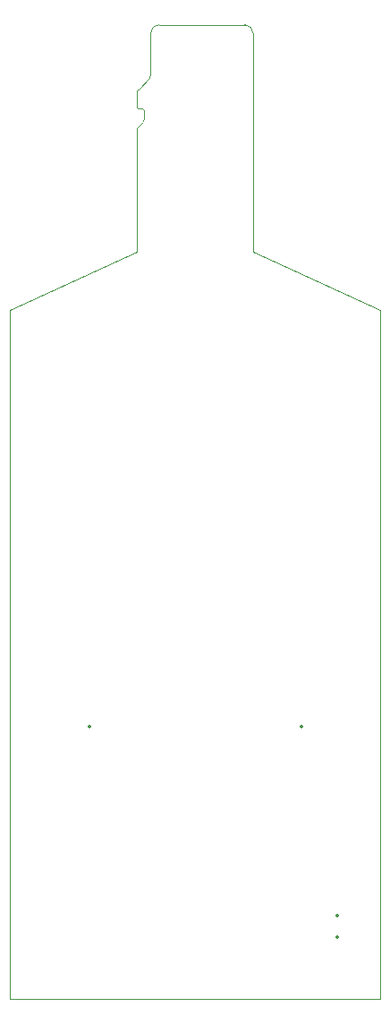
<source format=gko>
%TF.GenerationSoftware,KiCad,Pcbnew,9.0.2*%
%TF.CreationDate,2025-06-23T16:33:29+08:00*%
%TF.ProjectId,SDEX2M2 MicroSD Express to M.2 NVMe Adapter for Switch 2 WIP,53444558-324d-4322-904d-6963726f5344,rev?*%
%TF.SameCoordinates,Original*%
%TF.FileFunction,Profile,NP*%
%FSLAX46Y46*%
G04 Gerber Fmt 4.6, Leading zero omitted, Abs format (unit mm)*
G04 Created by KiCad (PCBNEW 9.0.2) date 2025-06-23 16:33:29*
%MOMM*%
%LPD*%
G01*
G04 APERTURE LIST*
%TA.AperFunction,Profile*%
%ADD10C,0.050000*%
%TD*%
%ADD11C,0.350000*%
G04 APERTURE END LIST*
D10*
X146460000Y-99415985D02*
X146460000Y-92960000D01*
X123400000Y-170070000D02*
X158500000Y-170070000D01*
X158500000Y-104950000D02*
X158500000Y-170070000D01*
X123402514Y-104950000D02*
X135460000Y-99415985D01*
X146460000Y-99415985D02*
X158500000Y-104950000D01*
X123402514Y-104950000D02*
X123400000Y-170070000D01*
X135460000Y-92960000D02*
X135460000Y-99415985D01*
%TO.C,J1*%
X135460000Y-84355685D02*
X135460000Y-85760000D01*
X135460000Y-87760000D02*
X135460001Y-92960000D01*
X135560000Y-85860000D02*
X135960000Y-85860000D01*
X136042842Y-87177158D02*
X135460000Y-87760000D01*
X136160000Y-86060000D02*
X136160000Y-86894315D01*
X136642842Y-83007158D02*
X135577157Y-84072843D01*
X136760000Y-82724315D02*
X136760000Y-78760000D01*
X137560000Y-77960000D02*
X145660000Y-77960000D01*
X146460000Y-78760000D02*
X146460000Y-92960000D01*
X135460000Y-84355685D02*
G75*
G02*
X135577157Y-84072843I399998J1D01*
G01*
X135560000Y-85860000D02*
G75*
G02*
X135460000Y-85760000I-1J99999D01*
G01*
X135960000Y-85860000D02*
G75*
G02*
X136160000Y-86060000I-1J-200001D01*
G01*
X136160000Y-86894315D02*
G75*
G02*
X136042842Y-87177158I-399993J-2D01*
G01*
X136760000Y-78760000D02*
G75*
G02*
X137560000Y-77960000I800001J-1D01*
G01*
X136760000Y-82724315D02*
G75*
G02*
X136642842Y-83007158I-399993J-2D01*
G01*
X145660000Y-77960000D02*
G75*
G02*
X146460000Y-78760000I0J-800000D01*
G01*
%TD*%
D11*
X154450000Y-162150000D03*
X154450000Y-164150000D03*
X151000000Y-144325000D03*
X131000000Y-144325000D03*
M02*

</source>
